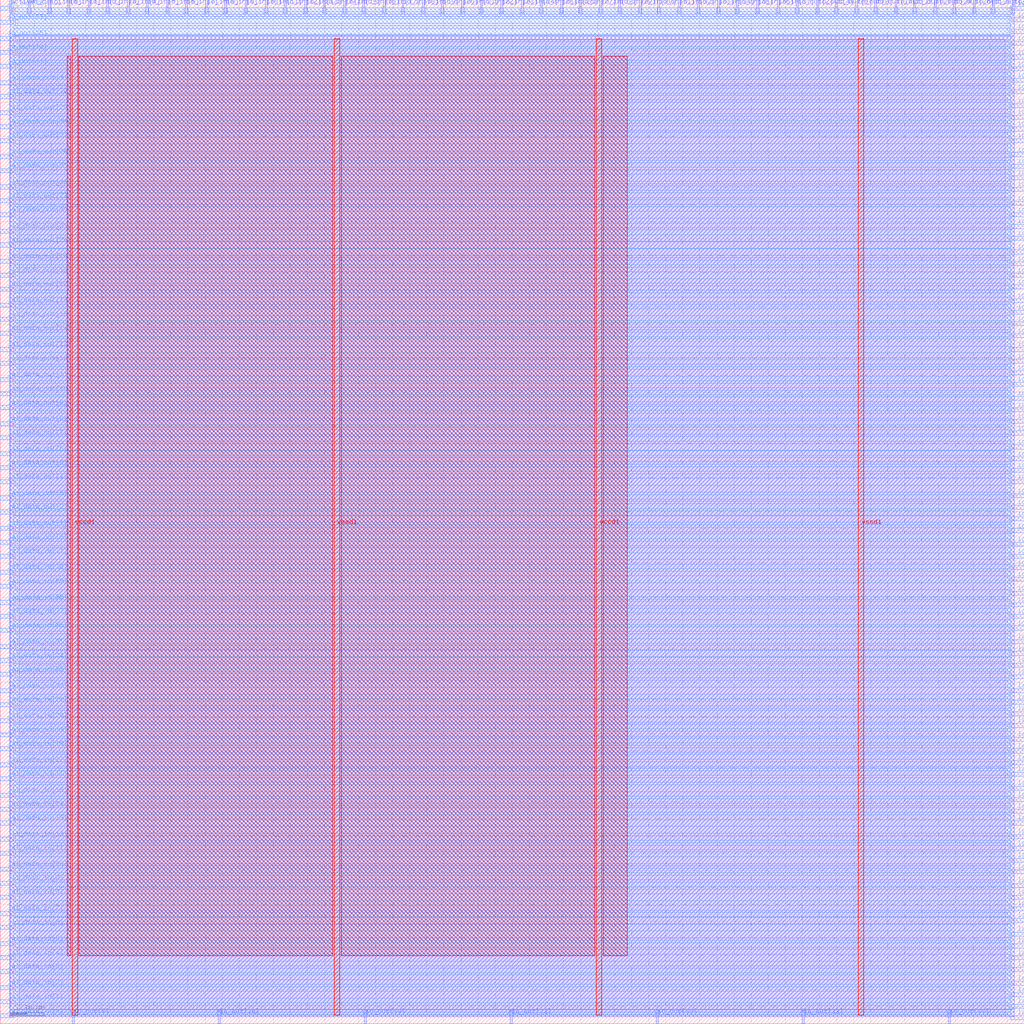
<source format=lef>
VERSION 5.7 ;
  NOWIREEXTENSIONATPIN ON ;
  DIVIDERCHAR "/" ;
  BUSBITCHARS "[]" ;
MACRO wrapped_vgademo_on_fpga
  CLASS BLOCK ;
  FOREIGN wrapped_vgademo_on_fpga ;
  ORIGIN 0.000 0.000 ;
  SIZE 300.000 BY 300.000 ;
  PIN active
    DIRECTION INPUT ;
    USE SIGNAL ;
    PORT
      LAYER met2 ;
        RECT 2.710 296.000 3.270 300.000 ;
    END
  END active
  PIN io_in[0]
    DIRECTION INPUT ;
    USE SIGNAL ;
    PORT
      LAYER met2 ;
        RECT 14.210 296.000 14.770 300.000 ;
    END
  END io_in[0]
  PIN io_in[10]
    DIRECTION INPUT ;
    USE SIGNAL ;
    PORT
      LAYER met2 ;
        RECT 71.710 296.000 72.270 300.000 ;
    END
  END io_in[10]
  PIN io_in[11]
    DIRECTION INPUT ;
    USE SIGNAL ;
    PORT
      LAYER met2 ;
        RECT 77.690 296.000 78.250 300.000 ;
    END
  END io_in[11]
  PIN io_in[12]
    DIRECTION INPUT ;
    USE SIGNAL ;
    PORT
      LAYER met2 ;
        RECT 83.210 296.000 83.770 300.000 ;
    END
  END io_in[12]
  PIN io_in[13]
    DIRECTION INPUT ;
    USE SIGNAL ;
    PORT
      LAYER met2 ;
        RECT 89.190 296.000 89.750 300.000 ;
    END
  END io_in[13]
  PIN io_in[14]
    DIRECTION INPUT ;
    USE SIGNAL ;
    PORT
      LAYER met2 ;
        RECT 94.710 296.000 95.270 300.000 ;
    END
  END io_in[14]
  PIN io_in[15]
    DIRECTION INPUT ;
    USE SIGNAL ;
    PORT
      LAYER met2 ;
        RECT 100.690 296.000 101.250 300.000 ;
    END
  END io_in[15]
  PIN io_in[16]
    DIRECTION INPUT ;
    USE SIGNAL ;
    PORT
      LAYER met2 ;
        RECT 106.210 296.000 106.770 300.000 ;
    END
  END io_in[16]
  PIN io_in[17]
    DIRECTION INPUT ;
    USE SIGNAL ;
    PORT
      LAYER met2 ;
        RECT 112.190 296.000 112.750 300.000 ;
    END
  END io_in[17]
  PIN io_in[18]
    DIRECTION INPUT ;
    USE SIGNAL ;
    PORT
      LAYER met2 ;
        RECT 117.710 296.000 118.270 300.000 ;
    END
  END io_in[18]
  PIN io_in[19]
    DIRECTION INPUT ;
    USE SIGNAL ;
    PORT
      LAYER met2 ;
        RECT 123.690 296.000 124.250 300.000 ;
    END
  END io_in[19]
  PIN io_in[1]
    DIRECTION INPUT ;
    USE SIGNAL ;
    PORT
      LAYER met2 ;
        RECT 19.730 296.000 20.290 300.000 ;
    END
  END io_in[1]
  PIN io_in[20]
    DIRECTION INPUT ;
    USE SIGNAL ;
    PORT
      LAYER met2 ;
        RECT 129.210 296.000 129.770 300.000 ;
    END
  END io_in[20]
  PIN io_in[21]
    DIRECTION INPUT ;
    USE SIGNAL ;
    PORT
      LAYER met2 ;
        RECT 135.190 296.000 135.750 300.000 ;
    END
  END io_in[21]
  PIN io_in[22]
    DIRECTION INPUT ;
    USE SIGNAL ;
    PORT
      LAYER met2 ;
        RECT 140.710 296.000 141.270 300.000 ;
    END
  END io_in[22]
  PIN io_in[23]
    DIRECTION INPUT ;
    USE SIGNAL ;
    PORT
      LAYER met2 ;
        RECT 146.690 296.000 147.250 300.000 ;
    END
  END io_in[23]
  PIN io_in[24]
    DIRECTION INPUT ;
    USE SIGNAL ;
    PORT
      LAYER met2 ;
        RECT 152.670 296.000 153.230 300.000 ;
    END
  END io_in[24]
  PIN io_in[25]
    DIRECTION INPUT ;
    USE SIGNAL ;
    PORT
      LAYER met2 ;
        RECT 158.190 296.000 158.750 300.000 ;
    END
  END io_in[25]
  PIN io_in[26]
    DIRECTION INPUT ;
    USE SIGNAL ;
    PORT
      LAYER met2 ;
        RECT 164.170 296.000 164.730 300.000 ;
    END
  END io_in[26]
  PIN io_in[27]
    DIRECTION INPUT ;
    USE SIGNAL ;
    PORT
      LAYER met2 ;
        RECT 169.690 296.000 170.250 300.000 ;
    END
  END io_in[27]
  PIN io_in[28]
    DIRECTION INPUT ;
    USE SIGNAL ;
    PORT
      LAYER met2 ;
        RECT 175.670 296.000 176.230 300.000 ;
    END
  END io_in[28]
  PIN io_in[29]
    DIRECTION INPUT ;
    USE SIGNAL ;
    PORT
      LAYER met2 ;
        RECT 181.190 296.000 181.750 300.000 ;
    END
  END io_in[29]
  PIN io_in[2]
    DIRECTION INPUT ;
    USE SIGNAL ;
    PORT
      LAYER met2 ;
        RECT 25.710 296.000 26.270 300.000 ;
    END
  END io_in[2]
  PIN io_in[30]
    DIRECTION INPUT ;
    USE SIGNAL ;
    PORT
      LAYER met2 ;
        RECT 187.170 296.000 187.730 300.000 ;
    END
  END io_in[30]
  PIN io_in[31]
    DIRECTION INPUT ;
    USE SIGNAL ;
    PORT
      LAYER met2 ;
        RECT 192.690 296.000 193.250 300.000 ;
    END
  END io_in[31]
  PIN io_in[32]
    DIRECTION INPUT ;
    USE SIGNAL ;
    PORT
      LAYER met2 ;
        RECT 198.670 296.000 199.230 300.000 ;
    END
  END io_in[32]
  PIN io_in[33]
    DIRECTION INPUT ;
    USE SIGNAL ;
    PORT
      LAYER met2 ;
        RECT 204.190 296.000 204.750 300.000 ;
    END
  END io_in[33]
  PIN io_in[34]
    DIRECTION INPUT ;
    USE SIGNAL ;
    PORT
      LAYER met2 ;
        RECT 210.170 296.000 210.730 300.000 ;
    END
  END io_in[34]
  PIN io_in[35]
    DIRECTION INPUT ;
    USE SIGNAL ;
    PORT
      LAYER met2 ;
        RECT 215.690 296.000 216.250 300.000 ;
    END
  END io_in[35]
  PIN io_in[36]
    DIRECTION INPUT ;
    USE SIGNAL ;
    PORT
      LAYER met2 ;
        RECT 221.670 296.000 222.230 300.000 ;
    END
  END io_in[36]
  PIN io_in[37]
    DIRECTION INPUT ;
    USE SIGNAL ;
    PORT
      LAYER met2 ;
        RECT 227.650 296.000 228.210 300.000 ;
    END
  END io_in[37]
  PIN io_in[3]
    DIRECTION INPUT ;
    USE SIGNAL ;
    PORT
      LAYER met2 ;
        RECT 31.230 296.000 31.790 300.000 ;
    END
  END io_in[3]
  PIN io_in[4]
    DIRECTION INPUT ;
    USE SIGNAL ;
    PORT
      LAYER met2 ;
        RECT 37.210 296.000 37.770 300.000 ;
    END
  END io_in[4]
  PIN io_in[5]
    DIRECTION INPUT ;
    USE SIGNAL ;
    PORT
      LAYER met2 ;
        RECT 42.730 296.000 43.290 300.000 ;
    END
  END io_in[5]
  PIN io_in[6]
    DIRECTION INPUT ;
    USE SIGNAL ;
    PORT
      LAYER met2 ;
        RECT 48.710 296.000 49.270 300.000 ;
    END
  END io_in[6]
  PIN io_in[7]
    DIRECTION INPUT ;
    USE SIGNAL ;
    PORT
      LAYER met2 ;
        RECT 54.230 296.000 54.790 300.000 ;
    END
  END io_in[7]
  PIN io_in[8]
    DIRECTION INPUT ;
    USE SIGNAL ;
    PORT
      LAYER met2 ;
        RECT 60.210 296.000 60.770 300.000 ;
    END
  END io_in[8]
  PIN io_in[9]
    DIRECTION INPUT ;
    USE SIGNAL ;
    PORT
      LAYER met2 ;
        RECT 65.730 296.000 66.290 300.000 ;
    END
  END io_in[9]
  PIN io_oeb[0]
    DIRECTION OUTPUT TRISTATE ;
    USE SIGNAL ;
    PORT
      LAYER met3 ;
        RECT 296.000 115.340 300.000 116.540 ;
    END
  END io_oeb[0]
  PIN io_oeb[10]
    DIRECTION OUTPUT TRISTATE ;
    USE SIGNAL ;
    PORT
      LAYER met3 ;
        RECT 296.000 150.700 300.000 151.900 ;
    END
  END io_oeb[10]
  PIN io_oeb[11]
    DIRECTION OUTPUT TRISTATE ;
    USE SIGNAL ;
    PORT
      LAYER met3 ;
        RECT 296.000 154.100 300.000 155.300 ;
    END
  END io_oeb[11]
  PIN io_oeb[12]
    DIRECTION OUTPUT TRISTATE ;
    USE SIGNAL ;
    PORT
      LAYER met3 ;
        RECT 296.000 158.180 300.000 159.380 ;
    END
  END io_oeb[12]
  PIN io_oeb[13]
    DIRECTION OUTPUT TRISTATE ;
    USE SIGNAL ;
    PORT
      LAYER met3 ;
        RECT 296.000 161.580 300.000 162.780 ;
    END
  END io_oeb[13]
  PIN io_oeb[14]
    DIRECTION OUTPUT TRISTATE ;
    USE SIGNAL ;
    PORT
      LAYER met3 ;
        RECT 296.000 164.980 300.000 166.180 ;
    END
  END io_oeb[14]
  PIN io_oeb[15]
    DIRECTION OUTPUT TRISTATE ;
    USE SIGNAL ;
    PORT
      LAYER met3 ;
        RECT 296.000 168.380 300.000 169.580 ;
    END
  END io_oeb[15]
  PIN io_oeb[16]
    DIRECTION OUTPUT TRISTATE ;
    USE SIGNAL ;
    PORT
      LAYER met3 ;
        RECT 296.000 172.460 300.000 173.660 ;
    END
  END io_oeb[16]
  PIN io_oeb[17]
    DIRECTION OUTPUT TRISTATE ;
    USE SIGNAL ;
    PORT
      LAYER met3 ;
        RECT 296.000 175.860 300.000 177.060 ;
    END
  END io_oeb[17]
  PIN io_oeb[18]
    DIRECTION OUTPUT TRISTATE ;
    USE SIGNAL ;
    PORT
      LAYER met3 ;
        RECT 296.000 179.260 300.000 180.460 ;
    END
  END io_oeb[18]
  PIN io_oeb[19]
    DIRECTION OUTPUT TRISTATE ;
    USE SIGNAL ;
    PORT
      LAYER met3 ;
        RECT 296.000 182.660 300.000 183.860 ;
    END
  END io_oeb[19]
  PIN io_oeb[1]
    DIRECTION OUTPUT TRISTATE ;
    USE SIGNAL ;
    PORT
      LAYER met3 ;
        RECT 296.000 118.740 300.000 119.940 ;
    END
  END io_oeb[1]
  PIN io_oeb[20]
    DIRECTION OUTPUT TRISTATE ;
    USE SIGNAL ;
    PORT
      LAYER met3 ;
        RECT 296.000 186.740 300.000 187.940 ;
    END
  END io_oeb[20]
  PIN io_oeb[21]
    DIRECTION OUTPUT TRISTATE ;
    USE SIGNAL ;
    PORT
      LAYER met3 ;
        RECT 296.000 190.140 300.000 191.340 ;
    END
  END io_oeb[21]
  PIN io_oeb[22]
    DIRECTION OUTPUT TRISTATE ;
    USE SIGNAL ;
    PORT
      LAYER met3 ;
        RECT 296.000 193.540 300.000 194.740 ;
    END
  END io_oeb[22]
  PIN io_oeb[23]
    DIRECTION OUTPUT TRISTATE ;
    USE SIGNAL ;
    PORT
      LAYER met3 ;
        RECT 296.000 196.940 300.000 198.140 ;
    END
  END io_oeb[23]
  PIN io_oeb[24]
    DIRECTION OUTPUT TRISTATE ;
    USE SIGNAL ;
    PORT
      LAYER met3 ;
        RECT 296.000 201.020 300.000 202.220 ;
    END
  END io_oeb[24]
  PIN io_oeb[25]
    DIRECTION OUTPUT TRISTATE ;
    USE SIGNAL ;
    PORT
      LAYER met3 ;
        RECT 296.000 204.420 300.000 205.620 ;
    END
  END io_oeb[25]
  PIN io_oeb[26]
    DIRECTION OUTPUT TRISTATE ;
    USE SIGNAL ;
    PORT
      LAYER met3 ;
        RECT 296.000 207.820 300.000 209.020 ;
    END
  END io_oeb[26]
  PIN io_oeb[27]
    DIRECTION OUTPUT TRISTATE ;
    USE SIGNAL ;
    PORT
      LAYER met3 ;
        RECT 296.000 211.220 300.000 212.420 ;
    END
  END io_oeb[27]
  PIN io_oeb[28]
    DIRECTION OUTPUT TRISTATE ;
    USE SIGNAL ;
    PORT
      LAYER met3 ;
        RECT 296.000 215.300 300.000 216.500 ;
    END
  END io_oeb[28]
  PIN io_oeb[29]
    DIRECTION OUTPUT TRISTATE ;
    USE SIGNAL ;
    PORT
      LAYER met3 ;
        RECT 296.000 218.700 300.000 219.900 ;
    END
  END io_oeb[29]
  PIN io_oeb[2]
    DIRECTION OUTPUT TRISTATE ;
    USE SIGNAL ;
    PORT
      LAYER met3 ;
        RECT 296.000 122.140 300.000 123.340 ;
    END
  END io_oeb[2]
  PIN io_oeb[30]
    DIRECTION OUTPUT TRISTATE ;
    USE SIGNAL ;
    PORT
      LAYER met3 ;
        RECT 296.000 222.100 300.000 223.300 ;
    END
  END io_oeb[30]
  PIN io_oeb[31]
    DIRECTION OUTPUT TRISTATE ;
    USE SIGNAL ;
    PORT
      LAYER met3 ;
        RECT 296.000 225.500 300.000 226.700 ;
    END
  END io_oeb[31]
  PIN io_oeb[32]
    DIRECTION OUTPUT TRISTATE ;
    USE SIGNAL ;
    PORT
      LAYER met3 ;
        RECT 296.000 229.580 300.000 230.780 ;
    END
  END io_oeb[32]
  PIN io_oeb[33]
    DIRECTION OUTPUT TRISTATE ;
    USE SIGNAL ;
    PORT
      LAYER met3 ;
        RECT 296.000 232.980 300.000 234.180 ;
    END
  END io_oeb[33]
  PIN io_oeb[34]
    DIRECTION OUTPUT TRISTATE ;
    USE SIGNAL ;
    PORT
      LAYER met3 ;
        RECT 296.000 236.380 300.000 237.580 ;
    END
  END io_oeb[34]
  PIN io_oeb[35]
    DIRECTION OUTPUT TRISTATE ;
    USE SIGNAL ;
    PORT
      LAYER met3 ;
        RECT 296.000 239.780 300.000 240.980 ;
    END
  END io_oeb[35]
  PIN io_oeb[36]
    DIRECTION OUTPUT TRISTATE ;
    USE SIGNAL ;
    PORT
      LAYER met3 ;
        RECT 296.000 243.860 300.000 245.060 ;
    END
  END io_oeb[36]
  PIN io_oeb[37]
    DIRECTION OUTPUT TRISTATE ;
    USE SIGNAL ;
    PORT
      LAYER met3 ;
        RECT 296.000 247.260 300.000 248.460 ;
    END
  END io_oeb[37]
  PIN io_oeb[3]
    DIRECTION OUTPUT TRISTATE ;
    USE SIGNAL ;
    PORT
      LAYER met3 ;
        RECT 296.000 125.540 300.000 126.740 ;
    END
  END io_oeb[3]
  PIN io_oeb[4]
    DIRECTION OUTPUT TRISTATE ;
    USE SIGNAL ;
    PORT
      LAYER met3 ;
        RECT 296.000 129.620 300.000 130.820 ;
    END
  END io_oeb[4]
  PIN io_oeb[5]
    DIRECTION OUTPUT TRISTATE ;
    USE SIGNAL ;
    PORT
      LAYER met3 ;
        RECT 296.000 133.020 300.000 134.220 ;
    END
  END io_oeb[5]
  PIN io_oeb[6]
    DIRECTION OUTPUT TRISTATE ;
    USE SIGNAL ;
    PORT
      LAYER met3 ;
        RECT 296.000 136.420 300.000 137.620 ;
    END
  END io_oeb[6]
  PIN io_oeb[7]
    DIRECTION OUTPUT TRISTATE ;
    USE SIGNAL ;
    PORT
      LAYER met3 ;
        RECT 296.000 139.820 300.000 141.020 ;
    END
  END io_oeb[7]
  PIN io_oeb[8]
    DIRECTION OUTPUT TRISTATE ;
    USE SIGNAL ;
    PORT
      LAYER met3 ;
        RECT 296.000 143.900 300.000 145.100 ;
    END
  END io_oeb[8]
  PIN io_oeb[9]
    DIRECTION OUTPUT TRISTATE ;
    USE SIGNAL ;
    PORT
      LAYER met3 ;
        RECT 296.000 147.300 300.000 148.500 ;
    END
  END io_oeb[9]
  PIN io_out[0]
    DIRECTION OUTPUT TRISTATE ;
    USE SIGNAL ;
    PORT
      LAYER met3 ;
        RECT 296.000 250.660 300.000 251.860 ;
    END
  END io_out[0]
  PIN io_out[10]
    DIRECTION OUTPUT TRISTATE ;
    USE SIGNAL ;
    PORT
      LAYER met3 ;
        RECT 296.000 268.340 300.000 269.540 ;
    END
  END io_out[10]
  PIN io_out[11]
    DIRECTION OUTPUT TRISTATE ;
    USE SIGNAL ;
    PORT
      LAYER met3 ;
        RECT 0.000 279.900 4.000 281.100 ;
    END
  END io_out[11]
  PIN io_out[12]
    DIRECTION OUTPUT TRISTATE ;
    USE SIGNAL ;
    PORT
      LAYER met3 ;
        RECT 296.000 272.420 300.000 273.620 ;
    END
  END io_out[12]
  PIN io_out[13]
    DIRECTION OUTPUT TRISTATE ;
    USE SIGNAL ;
    PORT
      LAYER met2 ;
        RECT 256.170 296.000 256.730 300.000 ;
    END
  END io_out[13]
  PIN io_out[14]
    DIRECTION OUTPUT TRISTATE ;
    USE SIGNAL ;
    PORT
      LAYER met3 ;
        RECT 0.000 283.980 4.000 285.180 ;
    END
  END io_out[14]
  PIN io_out[15]
    DIRECTION OUTPUT TRISTATE ;
    USE SIGNAL ;
    PORT
      LAYER met2 ;
        RECT 262.150 296.000 262.710 300.000 ;
    END
  END io_out[15]
  PIN io_out[16]
    DIRECTION OUTPUT TRISTATE ;
    USE SIGNAL ;
    PORT
      LAYER met2 ;
        RECT 63.890 0.000 64.450 4.000 ;
    END
  END io_out[16]
  PIN io_out[17]
    DIRECTION OUTPUT TRISTATE ;
    USE SIGNAL ;
    PORT
      LAYER met3 ;
        RECT 296.000 275.820 300.000 277.020 ;
    END
  END io_out[17]
  PIN io_out[18]
    DIRECTION OUTPUT TRISTATE ;
    USE SIGNAL ;
    PORT
      LAYER met3 ;
        RECT 296.000 279.220 300.000 280.420 ;
    END
  END io_out[18]
  PIN io_out[19]
    DIRECTION OUTPUT TRISTATE ;
    USE SIGNAL ;
    PORT
      LAYER met2 ;
        RECT 106.670 0.000 107.230 4.000 ;
    END
  END io_out[19]
  PIN io_out[1]
    DIRECTION OUTPUT TRISTATE ;
    USE SIGNAL ;
    PORT
      LAYER met3 ;
        RECT 296.000 254.060 300.000 255.260 ;
    END
  END io_out[1]
  PIN io_out[20]
    DIRECTION OUTPUT TRISTATE ;
    USE SIGNAL ;
    PORT
      LAYER met3 ;
        RECT 296.000 282.620 300.000 283.820 ;
    END
  END io_out[20]
  PIN io_out[21]
    DIRECTION OUTPUT TRISTATE ;
    USE SIGNAL ;
    PORT
      LAYER met2 ;
        RECT 267.670 296.000 268.230 300.000 ;
    END
  END io_out[21]
  PIN io_out[22]
    DIRECTION OUTPUT TRISTATE ;
    USE SIGNAL ;
    PORT
      LAYER met3 ;
        RECT 296.000 286.700 300.000 287.900 ;
    END
  END io_out[22]
  PIN io_out[23]
    DIRECTION OUTPUT TRISTATE ;
    USE SIGNAL ;
    PORT
      LAYER met2 ;
        RECT 149.450 0.000 150.010 4.000 ;
    END
  END io_out[23]
  PIN io_out[24]
    DIRECTION OUTPUT TRISTATE ;
    USE SIGNAL ;
    PORT
      LAYER met2 ;
        RECT 273.650 296.000 274.210 300.000 ;
    END
  END io_out[24]
  PIN io_out[25]
    DIRECTION OUTPUT TRISTATE ;
    USE SIGNAL ;
    PORT
      LAYER met3 ;
        RECT 0.000 288.060 4.000 289.260 ;
    END
  END io_out[25]
  PIN io_out[26]
    DIRECTION OUTPUT TRISTATE ;
    USE SIGNAL ;
    PORT
      LAYER met2 ;
        RECT 279.170 296.000 279.730 300.000 ;
    END
  END io_out[26]
  PIN io_out[27]
    DIRECTION OUTPUT TRISTATE ;
    USE SIGNAL ;
    PORT
      LAYER met3 ;
        RECT 0.000 292.820 4.000 294.020 ;
    END
  END io_out[27]
  PIN io_out[28]
    DIRECTION OUTPUT TRISTATE ;
    USE SIGNAL ;
    PORT
      LAYER met2 ;
        RECT 285.150 296.000 285.710 300.000 ;
    END
  END io_out[28]
  PIN io_out[29]
    DIRECTION OUTPUT TRISTATE ;
    USE SIGNAL ;
    PORT
      LAYER met3 ;
        RECT 296.000 290.100 300.000 291.300 ;
    END
  END io_out[29]
  PIN io_out[2]
    DIRECTION OUTPUT TRISTATE ;
    USE SIGNAL ;
    PORT
      LAYER met2 ;
        RECT 233.170 296.000 233.730 300.000 ;
    END
  END io_out[2]
  PIN io_out[30]
    DIRECTION OUTPUT TRISTATE ;
    USE SIGNAL ;
    PORT
      LAYER met2 ;
        RECT 290.670 296.000 291.230 300.000 ;
    END
  END io_out[30]
  PIN io_out[31]
    DIRECTION OUTPUT TRISTATE ;
    USE SIGNAL ;
    PORT
      LAYER met3 ;
        RECT 296.000 293.500 300.000 294.700 ;
    END
  END io_out[31]
  PIN io_out[32]
    DIRECTION OUTPUT TRISTATE ;
    USE SIGNAL ;
    PORT
      LAYER met2 ;
        RECT 192.230 0.000 192.790 4.000 ;
    END
  END io_out[32]
  PIN io_out[33]
    DIRECTION OUTPUT TRISTATE ;
    USE SIGNAL ;
    PORT
      LAYER met2 ;
        RECT 235.010 0.000 235.570 4.000 ;
    END
  END io_out[33]
  PIN io_out[34]
    DIRECTION OUTPUT TRISTATE ;
    USE SIGNAL ;
    PORT
      LAYER met2 ;
        RECT 296.650 296.000 297.210 300.000 ;
    END
  END io_out[34]
  PIN io_out[35]
    DIRECTION OUTPUT TRISTATE ;
    USE SIGNAL ;
    PORT
      LAYER met3 ;
        RECT 296.000 296.900 300.000 298.100 ;
    END
  END io_out[35]
  PIN io_out[36]
    DIRECTION OUTPUT TRISTATE ;
    USE SIGNAL ;
    PORT
      LAYER met3 ;
        RECT 0.000 296.900 4.000 298.100 ;
    END
  END io_out[36]
  PIN io_out[37]
    DIRECTION OUTPUT TRISTATE ;
    USE SIGNAL ;
    PORT
      LAYER met2 ;
        RECT 277.790 0.000 278.350 4.000 ;
    END
  END io_out[37]
  PIN io_out[3]
    DIRECTION OUTPUT TRISTATE ;
    USE SIGNAL ;
    PORT
      LAYER met3 ;
        RECT 296.000 258.140 300.000 259.340 ;
    END
  END io_out[3]
  PIN io_out[4]
    DIRECTION OUTPUT TRISTATE ;
    USE SIGNAL ;
    PORT
      LAYER met2 ;
        RECT 239.150 296.000 239.710 300.000 ;
    END
  END io_out[4]
  PIN io_out[5]
    DIRECTION OUTPUT TRISTATE ;
    USE SIGNAL ;
    PORT
      LAYER met2 ;
        RECT 244.670 296.000 245.230 300.000 ;
    END
  END io_out[5]
  PIN io_out[6]
    DIRECTION OUTPUT TRISTATE ;
    USE SIGNAL ;
    PORT
      LAYER met3 ;
        RECT 296.000 261.540 300.000 262.740 ;
    END
  END io_out[6]
  PIN io_out[7]
    DIRECTION OUTPUT TRISTATE ;
    USE SIGNAL ;
    PORT
      LAYER met2 ;
        RECT 21.110 0.000 21.670 4.000 ;
    END
  END io_out[7]
  PIN io_out[8]
    DIRECTION OUTPUT TRISTATE ;
    USE SIGNAL ;
    PORT
      LAYER met2 ;
        RECT 250.650 296.000 251.210 300.000 ;
    END
  END io_out[8]
  PIN io_out[9]
    DIRECTION OUTPUT TRISTATE ;
    USE SIGNAL ;
    PORT
      LAYER met3 ;
        RECT 296.000 264.940 300.000 266.140 ;
    END
  END io_out[9]
  PIN la1_data_in[0]
    DIRECTION INPUT ;
    USE SIGNAL ;
    PORT
      LAYER met3 ;
        RECT 0.000 1.780 4.000 2.980 ;
    END
  END la1_data_in[0]
  PIN la1_data_in[10]
    DIRECTION INPUT ;
    USE SIGNAL ;
    PORT
      LAYER met3 ;
        RECT 0.000 44.620 4.000 45.820 ;
    END
  END la1_data_in[10]
  PIN la1_data_in[11]
    DIRECTION INPUT ;
    USE SIGNAL ;
    PORT
      LAYER met3 ;
        RECT 0.000 49.380 4.000 50.580 ;
    END
  END la1_data_in[11]
  PIN la1_data_in[12]
    DIRECTION INPUT ;
    USE SIGNAL ;
    PORT
      LAYER met3 ;
        RECT 0.000 53.460 4.000 54.660 ;
    END
  END la1_data_in[12]
  PIN la1_data_in[13]
    DIRECTION INPUT ;
    USE SIGNAL ;
    PORT
      LAYER met3 ;
        RECT 0.000 58.220 4.000 59.420 ;
    END
  END la1_data_in[13]
  PIN la1_data_in[14]
    DIRECTION INPUT ;
    USE SIGNAL ;
    PORT
      LAYER met3 ;
        RECT 0.000 62.300 4.000 63.500 ;
    END
  END la1_data_in[14]
  PIN la1_data_in[15]
    DIRECTION INPUT ;
    USE SIGNAL ;
    PORT
      LAYER met3 ;
        RECT 0.000 66.380 4.000 67.580 ;
    END
  END la1_data_in[15]
  PIN la1_data_in[16]
    DIRECTION INPUT ;
    USE SIGNAL ;
    PORT
      LAYER met3 ;
        RECT 0.000 71.140 4.000 72.340 ;
    END
  END la1_data_in[16]
  PIN la1_data_in[17]
    DIRECTION INPUT ;
    USE SIGNAL ;
    PORT
      LAYER met3 ;
        RECT 0.000 75.220 4.000 76.420 ;
    END
  END la1_data_in[17]
  PIN la1_data_in[18]
    DIRECTION INPUT ;
    USE SIGNAL ;
    PORT
      LAYER met3 ;
        RECT 0.000 79.980 4.000 81.180 ;
    END
  END la1_data_in[18]
  PIN la1_data_in[19]
    DIRECTION INPUT ;
    USE SIGNAL ;
    PORT
      LAYER met3 ;
        RECT 0.000 84.060 4.000 85.260 ;
    END
  END la1_data_in[19]
  PIN la1_data_in[1]
    DIRECTION INPUT ;
    USE SIGNAL ;
    PORT
      LAYER met3 ;
        RECT 0.000 5.860 4.000 7.060 ;
    END
  END la1_data_in[1]
  PIN la1_data_in[20]
    DIRECTION INPUT ;
    USE SIGNAL ;
    PORT
      LAYER met3 ;
        RECT 0.000 88.140 4.000 89.340 ;
    END
  END la1_data_in[20]
  PIN la1_data_in[21]
    DIRECTION INPUT ;
    USE SIGNAL ;
    PORT
      LAYER met3 ;
        RECT 0.000 92.900 4.000 94.100 ;
    END
  END la1_data_in[21]
  PIN la1_data_in[22]
    DIRECTION INPUT ;
    USE SIGNAL ;
    PORT
      LAYER met3 ;
        RECT 0.000 96.980 4.000 98.180 ;
    END
  END la1_data_in[22]
  PIN la1_data_in[23]
    DIRECTION INPUT ;
    USE SIGNAL ;
    PORT
      LAYER met3 ;
        RECT 0.000 101.740 4.000 102.940 ;
    END
  END la1_data_in[23]
  PIN la1_data_in[24]
    DIRECTION INPUT ;
    USE SIGNAL ;
    PORT
      LAYER met3 ;
        RECT 0.000 105.820 4.000 107.020 ;
    END
  END la1_data_in[24]
  PIN la1_data_in[25]
    DIRECTION INPUT ;
    USE SIGNAL ;
    PORT
      LAYER met3 ;
        RECT 0.000 109.900 4.000 111.100 ;
    END
  END la1_data_in[25]
  PIN la1_data_in[26]
    DIRECTION INPUT ;
    USE SIGNAL ;
    PORT
      LAYER met3 ;
        RECT 0.000 114.660 4.000 115.860 ;
    END
  END la1_data_in[26]
  PIN la1_data_in[27]
    DIRECTION INPUT ;
    USE SIGNAL ;
    PORT
      LAYER met3 ;
        RECT 0.000 118.740 4.000 119.940 ;
    END
  END la1_data_in[27]
  PIN la1_data_in[28]
    DIRECTION INPUT ;
    USE SIGNAL ;
    PORT
      LAYER met3 ;
        RECT 0.000 122.820 4.000 124.020 ;
    END
  END la1_data_in[28]
  PIN la1_data_in[29]
    DIRECTION INPUT ;
    USE SIGNAL ;
    PORT
      LAYER met3 ;
        RECT 0.000 127.580 4.000 128.780 ;
    END
  END la1_data_in[29]
  PIN la1_data_in[2]
    DIRECTION INPUT ;
    USE SIGNAL ;
    PORT
      LAYER met3 ;
        RECT 0.000 9.940 4.000 11.140 ;
    END
  END la1_data_in[2]
  PIN la1_data_in[30]
    DIRECTION INPUT ;
    USE SIGNAL ;
    PORT
      LAYER met3 ;
        RECT 0.000 131.660 4.000 132.860 ;
    END
  END la1_data_in[30]
  PIN la1_data_in[31]
    DIRECTION INPUT ;
    USE SIGNAL ;
    PORT
      LAYER met3 ;
        RECT 0.000 136.420 4.000 137.620 ;
    END
  END la1_data_in[31]
  PIN la1_data_in[3]
    DIRECTION INPUT ;
    USE SIGNAL ;
    PORT
      LAYER met3 ;
        RECT 0.000 14.700 4.000 15.900 ;
    END
  END la1_data_in[3]
  PIN la1_data_in[4]
    DIRECTION INPUT ;
    USE SIGNAL ;
    PORT
      LAYER met3 ;
        RECT 0.000 18.780 4.000 19.980 ;
    END
  END la1_data_in[4]
  PIN la1_data_in[5]
    DIRECTION INPUT ;
    USE SIGNAL ;
    PORT
      LAYER met3 ;
        RECT 0.000 22.860 4.000 24.060 ;
    END
  END la1_data_in[5]
  PIN la1_data_in[6]
    DIRECTION INPUT ;
    USE SIGNAL ;
    PORT
      LAYER met3 ;
        RECT 0.000 27.620 4.000 28.820 ;
    END
  END la1_data_in[6]
  PIN la1_data_in[7]
    DIRECTION INPUT ;
    USE SIGNAL ;
    PORT
      LAYER met3 ;
        RECT 0.000 31.700 4.000 32.900 ;
    END
  END la1_data_in[7]
  PIN la1_data_in[8]
    DIRECTION INPUT ;
    USE SIGNAL ;
    PORT
      LAYER met3 ;
        RECT 0.000 36.460 4.000 37.660 ;
    END
  END la1_data_in[8]
  PIN la1_data_in[9]
    DIRECTION INPUT ;
    USE SIGNAL ;
    PORT
      LAYER met3 ;
        RECT 0.000 40.540 4.000 41.740 ;
    END
  END la1_data_in[9]
  PIN la1_data_out[0]
    DIRECTION OUTPUT TRISTATE ;
    USE SIGNAL ;
    PORT
      LAYER met3 ;
        RECT 0.000 140.500 4.000 141.700 ;
    END
  END la1_data_out[0]
  PIN la1_data_out[10]
    DIRECTION OUTPUT TRISTATE ;
    USE SIGNAL ;
    PORT
      LAYER met3 ;
        RECT 0.000 184.020 4.000 185.220 ;
    END
  END la1_data_out[10]
  PIN la1_data_out[11]
    DIRECTION OUTPUT TRISTATE ;
    USE SIGNAL ;
    PORT
      LAYER met3 ;
        RECT 0.000 188.100 4.000 189.300 ;
    END
  END la1_data_out[11]
  PIN la1_data_out[12]
    DIRECTION OUTPUT TRISTATE ;
    USE SIGNAL ;
    PORT
      LAYER met3 ;
        RECT 0.000 192.860 4.000 194.060 ;
    END
  END la1_data_out[12]
  PIN la1_data_out[13]
    DIRECTION OUTPUT TRISTATE ;
    USE SIGNAL ;
    PORT
      LAYER met3 ;
        RECT 0.000 196.940 4.000 198.140 ;
    END
  END la1_data_out[13]
  PIN la1_data_out[14]
    DIRECTION OUTPUT TRISTATE ;
    USE SIGNAL ;
    PORT
      LAYER met3 ;
        RECT 0.000 201.700 4.000 202.900 ;
    END
  END la1_data_out[14]
  PIN la1_data_out[15]
    DIRECTION OUTPUT TRISTATE ;
    USE SIGNAL ;
    PORT
      LAYER met3 ;
        RECT 0.000 205.780 4.000 206.980 ;
    END
  END la1_data_out[15]
  PIN la1_data_out[16]
    DIRECTION OUTPUT TRISTATE ;
    USE SIGNAL ;
    PORT
      LAYER met3 ;
        RECT 0.000 209.860 4.000 211.060 ;
    END
  END la1_data_out[16]
  PIN la1_data_out[17]
    DIRECTION OUTPUT TRISTATE ;
    USE SIGNAL ;
    PORT
      LAYER met3 ;
        RECT 0.000 214.620 4.000 215.820 ;
    END
  END la1_data_out[17]
  PIN la1_data_out[18]
    DIRECTION OUTPUT TRISTATE ;
    USE SIGNAL ;
    PORT
      LAYER met3 ;
        RECT 0.000 218.700 4.000 219.900 ;
    END
  END la1_data_out[18]
  PIN la1_data_out[19]
    DIRECTION OUTPUT TRISTATE ;
    USE SIGNAL ;
    PORT
      LAYER met3 ;
        RECT 0.000 222.780 4.000 223.980 ;
    END
  END la1_data_out[19]
  PIN la1_data_out[1]
    DIRECTION OUTPUT TRISTATE ;
    USE SIGNAL ;
    PORT
      LAYER met3 ;
        RECT 0.000 144.580 4.000 145.780 ;
    END
  END la1_data_out[1]
  PIN la1_data_out[20]
    DIRECTION OUTPUT TRISTATE ;
    USE SIGNAL ;
    PORT
      LAYER met3 ;
        RECT 0.000 227.540 4.000 228.740 ;
    END
  END la1_data_out[20]
  PIN la1_data_out[21]
    DIRECTION OUTPUT TRISTATE ;
    USE SIGNAL ;
    PORT
      LAYER met3 ;
        RECT 0.000 231.620 4.000 232.820 ;
    END
  END la1_data_out[21]
  PIN la1_data_out[22]
    DIRECTION OUTPUT TRISTATE ;
    USE SIGNAL ;
    PORT
      LAYER met3 ;
        RECT 0.000 236.380 4.000 237.580 ;
    END
  END la1_data_out[22]
  PIN la1_data_out[23]
    DIRECTION OUTPUT TRISTATE ;
    USE SIGNAL ;
    PORT
      LAYER met3 ;
        RECT 0.000 240.460 4.000 241.660 ;
    END
  END la1_data_out[23]
  PIN la1_data_out[24]
    DIRECTION OUTPUT TRISTATE ;
    USE SIGNAL ;
    PORT
      LAYER met3 ;
        RECT 0.000 244.540 4.000 245.740 ;
    END
  END la1_data_out[24]
  PIN la1_data_out[25]
    DIRECTION OUTPUT TRISTATE ;
    USE SIGNAL ;
    PORT
      LAYER met3 ;
        RECT 0.000 249.300 4.000 250.500 ;
    END
  END la1_data_out[25]
  PIN la1_data_out[26]
    DIRECTION OUTPUT TRISTATE ;
    USE SIGNAL ;
    PORT
      LAYER met3 ;
        RECT 0.000 253.380 4.000 254.580 ;
    END
  END la1_data_out[26]
  PIN la1_data_out[27]
    DIRECTION OUTPUT TRISTATE ;
    USE SIGNAL ;
    PORT
      LAYER met3 ;
        RECT 0.000 258.140 4.000 259.340 ;
    END
  END la1_data_out[27]
  PIN la1_data_out[28]
    DIRECTION OUTPUT TRISTATE ;
    USE SIGNAL ;
    PORT
      LAYER met3 ;
        RECT 0.000 262.220 4.000 263.420 ;
    END
  END la1_data_out[28]
  PIN la1_data_out[29]
    DIRECTION OUTPUT TRISTATE ;
    USE SIGNAL ;
    PORT
      LAYER met3 ;
        RECT 0.000 266.300 4.000 267.500 ;
    END
  END la1_data_out[29]
  PIN la1_data_out[2]
    DIRECTION OUTPUT TRISTATE ;
    USE SIGNAL ;
    PORT
      LAYER met3 ;
        RECT 0.000 149.340 4.000 150.540 ;
    END
  END la1_data_out[2]
  PIN la1_data_out[30]
    DIRECTION OUTPUT TRISTATE ;
    USE SIGNAL ;
    PORT
      LAYER met3 ;
        RECT 0.000 271.060 4.000 272.260 ;
    END
  END la1_data_out[30]
  PIN la1_data_out[31]
    DIRECTION OUTPUT TRISTATE ;
    USE SIGNAL ;
    PORT
      LAYER met3 ;
        RECT 0.000 275.140 4.000 276.340 ;
    END
  END la1_data_out[31]
  PIN la1_data_out[3]
    DIRECTION OUTPUT TRISTATE ;
    USE SIGNAL ;
    PORT
      LAYER met3 ;
        RECT 0.000 153.420 4.000 154.620 ;
    END
  END la1_data_out[3]
  PIN la1_data_out[4]
    DIRECTION OUTPUT TRISTATE ;
    USE SIGNAL ;
    PORT
      LAYER met3 ;
        RECT 0.000 158.180 4.000 159.380 ;
    END
  END la1_data_out[4]
  PIN la1_data_out[5]
    DIRECTION OUTPUT TRISTATE ;
    USE SIGNAL ;
    PORT
      LAYER met3 ;
        RECT 0.000 162.260 4.000 163.460 ;
    END
  END la1_data_out[5]
  PIN la1_data_out[6]
    DIRECTION OUTPUT TRISTATE ;
    USE SIGNAL ;
    PORT
      LAYER met3 ;
        RECT 0.000 166.340 4.000 167.540 ;
    END
  END la1_data_out[6]
  PIN la1_data_out[7]
    DIRECTION OUTPUT TRISTATE ;
    USE SIGNAL ;
    PORT
      LAYER met3 ;
        RECT 0.000 171.100 4.000 172.300 ;
    END
  END la1_data_out[7]
  PIN la1_data_out[8]
    DIRECTION OUTPUT TRISTATE ;
    USE SIGNAL ;
    PORT
      LAYER met3 ;
        RECT 0.000 175.180 4.000 176.380 ;
    END
  END la1_data_out[8]
  PIN la1_data_out[9]
    DIRECTION OUTPUT TRISTATE ;
    USE SIGNAL ;
    PORT
      LAYER met3 ;
        RECT 0.000 179.940 4.000 181.140 ;
    END
  END la1_data_out[9]
  PIN la1_oenb[0]
    DIRECTION INPUT ;
    USE SIGNAL ;
    PORT
      LAYER met3 ;
        RECT 296.000 1.100 300.000 2.300 ;
    END
  END la1_oenb[0]
  PIN la1_oenb[10]
    DIRECTION INPUT ;
    USE SIGNAL ;
    PORT
      LAYER met3 ;
        RECT 296.000 36.460 300.000 37.660 ;
    END
  END la1_oenb[10]
  PIN la1_oenb[11]
    DIRECTION INPUT ;
    USE SIGNAL ;
    PORT
      LAYER met3 ;
        RECT 296.000 39.860 300.000 41.060 ;
    END
  END la1_oenb[11]
  PIN la1_oenb[12]
    DIRECTION INPUT ;
    USE SIGNAL ;
    PORT
      LAYER met3 ;
        RECT 296.000 43.940 300.000 45.140 ;
    END
  END la1_oenb[12]
  PIN la1_oenb[13]
    DIRECTION INPUT ;
    USE SIGNAL ;
    PORT
      LAYER met3 ;
        RECT 296.000 47.340 300.000 48.540 ;
    END
  END la1_oenb[13]
  PIN la1_oenb[14]
    DIRECTION INPUT ;
    USE SIGNAL ;
    PORT
      LAYER met3 ;
        RECT 296.000 50.740 300.000 51.940 ;
    END
  END la1_oenb[14]
  PIN la1_oenb[15]
    DIRECTION INPUT ;
    USE SIGNAL ;
    PORT
      LAYER met3 ;
        RECT 296.000 54.140 300.000 55.340 ;
    END
  END la1_oenb[15]
  PIN la1_oenb[16]
    DIRECTION INPUT ;
    USE SIGNAL ;
    PORT
      LAYER met3 ;
        RECT 296.000 58.220 300.000 59.420 ;
    END
  END la1_oenb[16]
  PIN la1_oenb[17]
    DIRECTION INPUT ;
    USE SIGNAL ;
    PORT
      LAYER met3 ;
        RECT 296.000 61.620 300.000 62.820 ;
    END
  END la1_oenb[17]
  PIN la1_oenb[18]
    DIRECTION INPUT ;
    USE SIGNAL ;
    PORT
      LAYER met3 ;
        RECT 296.000 65.020 300.000 66.220 ;
    END
  END la1_oenb[18]
  PIN la1_oenb[19]
    DIRECTION INPUT ;
    USE SIGNAL ;
    PORT
      LAYER met3 ;
        RECT 296.000 68.420 300.000 69.620 ;
    END
  END la1_oenb[19]
  PIN la1_oenb[1]
    DIRECTION INPUT ;
    USE SIGNAL ;
    PORT
      LAYER met3 ;
        RECT 296.000 4.500 300.000 5.700 ;
    END
  END la1_oenb[1]
  PIN la1_oenb[20]
    DIRECTION INPUT ;
    USE SIGNAL ;
    PORT
      LAYER met3 ;
        RECT 296.000 72.500 300.000 73.700 ;
    END
  END la1_oenb[20]
  PIN la1_oenb[21]
    DIRECTION INPUT ;
    USE SIGNAL ;
    PORT
      LAYER met3 ;
        RECT 296.000 75.900 300.000 77.100 ;
    END
  END la1_oenb[21]
  PIN la1_oenb[22]
    DIRECTION INPUT ;
    USE SIGNAL ;
    PORT
      LAYER met3 ;
        RECT 296.000 79.300 300.000 80.500 ;
    END
  END la1_oenb[22]
  PIN la1_oenb[23]
    DIRECTION INPUT ;
    USE SIGNAL ;
    PORT
      LAYER met3 ;
        RECT 296.000 82.700 300.000 83.900 ;
    END
  END la1_oenb[23]
  PIN la1_oenb[24]
    DIRECTION INPUT ;
    USE SIGNAL ;
    PORT
      LAYER met3 ;
        RECT 296.000 86.780 300.000 87.980 ;
    END
  END la1_oenb[24]
  PIN la1_oenb[25]
    DIRECTION INPUT ;
    USE SIGNAL ;
    PORT
      LAYER met3 ;
        RECT 296.000 90.180 300.000 91.380 ;
    END
  END la1_oenb[25]
  PIN la1_oenb[26]
    DIRECTION INPUT ;
    USE SIGNAL ;
    PORT
      LAYER met3 ;
        RECT 296.000 93.580 300.000 94.780 ;
    END
  END la1_oenb[26]
  PIN la1_oenb[27]
    DIRECTION INPUT ;
    USE SIGNAL ;
    PORT
      LAYER met3 ;
        RECT 296.000 96.980 300.000 98.180 ;
    END
  END la1_oenb[27]
  PIN la1_oenb[28]
    DIRECTION INPUT ;
    USE SIGNAL ;
    PORT
      LAYER met3 ;
        RECT 296.000 101.060 300.000 102.260 ;
    END
  END la1_oenb[28]
  PIN la1_oenb[29]
    DIRECTION INPUT ;
    USE SIGNAL ;
    PORT
      LAYER met3 ;
        RECT 296.000 104.460 300.000 105.660 ;
    END
  END la1_oenb[29]
  PIN la1_oenb[2]
    DIRECTION INPUT ;
    USE SIGNAL ;
    PORT
      LAYER met3 ;
        RECT 296.000 7.900 300.000 9.100 ;
    END
  END la1_oenb[2]
  PIN la1_oenb[30]
    DIRECTION INPUT ;
    USE SIGNAL ;
    PORT
      LAYER met3 ;
        RECT 296.000 107.860 300.000 109.060 ;
    END
  END la1_oenb[30]
  PIN la1_oenb[31]
    DIRECTION INPUT ;
    USE SIGNAL ;
    PORT
      LAYER met3 ;
        RECT 296.000 111.260 300.000 112.460 ;
    END
  END la1_oenb[31]
  PIN la1_oenb[3]
    DIRECTION INPUT ;
    USE SIGNAL ;
    PORT
      LAYER met3 ;
        RECT 296.000 11.300 300.000 12.500 ;
    END
  END la1_oenb[3]
  PIN la1_oenb[4]
    DIRECTION INPUT ;
    USE SIGNAL ;
    PORT
      LAYER met3 ;
        RECT 296.000 15.380 300.000 16.580 ;
    END
  END la1_oenb[4]
  PIN la1_oenb[5]
    DIRECTION INPUT ;
    USE SIGNAL ;
    PORT
      LAYER met3 ;
        RECT 296.000 18.780 300.000 19.980 ;
    END
  END la1_oenb[5]
  PIN la1_oenb[6]
    DIRECTION INPUT ;
    USE SIGNAL ;
    PORT
      LAYER met3 ;
        RECT 296.000 22.180 300.000 23.380 ;
    END
  END la1_oenb[6]
  PIN la1_oenb[7]
    DIRECTION INPUT ;
    USE SIGNAL ;
    PORT
      LAYER met3 ;
        RECT 296.000 25.580 300.000 26.780 ;
    END
  END la1_oenb[7]
  PIN la1_oenb[8]
    DIRECTION INPUT ;
    USE SIGNAL ;
    PORT
      LAYER met3 ;
        RECT 296.000 29.660 300.000 30.860 ;
    END
  END la1_oenb[8]
  PIN la1_oenb[9]
    DIRECTION INPUT ;
    USE SIGNAL ;
    PORT
      LAYER met3 ;
        RECT 296.000 33.060 300.000 34.260 ;
    END
  END la1_oenb[9]
  PIN vccd1
    DIRECTION INPUT ;
    USE POWER ;
    PORT
      LAYER met4 ;
        RECT 21.040 2.480 22.640 288.560 ;
    END
    PORT
      LAYER met4 ;
        RECT 174.640 2.480 176.240 288.560 ;
    END
  END vccd1
  PIN vssd1
    DIRECTION INPUT ;
    USE GROUND ;
    PORT
      LAYER met4 ;
        RECT 97.840 2.480 99.440 288.560 ;
    END
    PORT
      LAYER met4 ;
        RECT 251.440 2.480 253.040 288.560 ;
    END
  END vssd1
  PIN wb_clk_i
    DIRECTION INPUT ;
    USE SIGNAL ;
    PORT
      LAYER met2 ;
        RECT 8.230 296.000 8.790 300.000 ;
    END
  END wb_clk_i
  OBS
      LAYER li1 ;
        RECT 5.520 2.635 294.400 288.405 ;
      LAYER met1 ;
        RECT 2.830 2.080 297.090 289.300 ;
      LAYER met2 ;
        RECT 3.550 295.720 7.950 297.685 ;
        RECT 9.070 295.720 13.930 297.685 ;
        RECT 15.050 295.720 19.450 297.685 ;
        RECT 20.570 295.720 25.430 297.685 ;
        RECT 26.550 295.720 30.950 297.685 ;
        RECT 32.070 295.720 36.930 297.685 ;
        RECT 38.050 295.720 42.450 297.685 ;
        RECT 43.570 295.720 48.430 297.685 ;
        RECT 49.550 295.720 53.950 297.685 ;
        RECT 55.070 295.720 59.930 297.685 ;
        RECT 61.050 295.720 65.450 297.685 ;
        RECT 66.570 295.720 71.430 297.685 ;
        RECT 72.550 295.720 77.410 297.685 ;
        RECT 78.530 295.720 82.930 297.685 ;
        RECT 84.050 295.720 88.910 297.685 ;
        RECT 90.030 295.720 94.430 297.685 ;
        RECT 95.550 295.720 100.410 297.685 ;
        RECT 101.530 295.720 105.930 297.685 ;
        RECT 107.050 295.720 111.910 297.685 ;
        RECT 113.030 295.720 117.430 297.685 ;
        RECT 118.550 295.720 123.410 297.685 ;
        RECT 124.530 295.720 128.930 297.685 ;
        RECT 130.050 295.720 134.910 297.685 ;
        RECT 136.030 295.720 140.430 297.685 ;
        RECT 141.550 295.720 146.410 297.685 ;
        RECT 147.530 295.720 152.390 297.685 ;
        RECT 153.510 295.720 157.910 297.685 ;
        RECT 159.030 295.720 163.890 297.685 ;
        RECT 165.010 295.720 169.410 297.685 ;
        RECT 170.530 295.720 175.390 297.685 ;
        RECT 176.510 295.720 180.910 297.685 ;
        RECT 182.030 295.720 186.890 297.685 ;
        RECT 188.010 295.720 192.410 297.685 ;
        RECT 193.530 295.720 198.390 297.685 ;
        RECT 199.510 295.720 203.910 297.685 ;
        RECT 205.030 295.720 209.890 297.685 ;
        RECT 211.010 295.720 215.410 297.685 ;
        RECT 216.530 295.720 221.390 297.685 ;
        RECT 222.510 295.720 227.370 297.685 ;
        RECT 228.490 295.720 232.890 297.685 ;
        RECT 234.010 295.720 238.870 297.685 ;
        RECT 239.990 295.720 244.390 297.685 ;
        RECT 245.510 295.720 250.370 297.685 ;
        RECT 251.490 295.720 255.890 297.685 ;
        RECT 257.010 295.720 261.870 297.685 ;
        RECT 262.990 295.720 267.390 297.685 ;
        RECT 268.510 295.720 273.370 297.685 ;
        RECT 274.490 295.720 278.890 297.685 ;
        RECT 280.010 295.720 284.870 297.685 ;
        RECT 285.990 295.720 290.390 297.685 ;
        RECT 291.510 295.720 296.370 297.685 ;
        RECT 2.860 4.280 297.060 295.720 ;
        RECT 2.860 2.050 20.830 4.280 ;
        RECT 21.950 2.050 63.610 4.280 ;
        RECT 64.730 2.050 106.390 4.280 ;
        RECT 107.510 2.050 149.170 4.280 ;
        RECT 150.290 2.050 191.950 4.280 ;
        RECT 193.070 2.050 234.730 4.280 ;
        RECT 235.850 2.050 277.510 4.280 ;
        RECT 278.630 2.050 297.060 4.280 ;
      LAYER met3 ;
        RECT 4.400 296.500 295.600 297.665 ;
        RECT 4.000 295.100 296.000 296.500 ;
        RECT 4.000 294.420 295.600 295.100 ;
        RECT 4.400 293.100 295.600 294.420 ;
        RECT 4.400 292.420 296.000 293.100 ;
        RECT 4.000 291.700 296.000 292.420 ;
        RECT 4.000 289.700 295.600 291.700 ;
        RECT 4.000 289.660 296.000 289.700 ;
        RECT 4.400 288.300 296.000 289.660 ;
        RECT 4.400 287.660 295.600 288.300 ;
        RECT 4.000 286.300 295.600 287.660 ;
        RECT 4.000 285.580 296.000 286.300 ;
        RECT 4.400 284.220 296.000 285.580 ;
        RECT 4.400 283.580 295.600 284.220 ;
        RECT 4.000 282.220 295.600 283.580 ;
        RECT 4.000 281.500 296.000 282.220 ;
        RECT 4.400 280.820 296.000 281.500 ;
        RECT 4.400 279.500 295.600 280.820 ;
        RECT 4.000 278.820 295.600 279.500 ;
        RECT 4.000 277.420 296.000 278.820 ;
        RECT 4.000 276.740 295.600 277.420 ;
        RECT 4.400 275.420 295.600 276.740 ;
        RECT 4.400 274.740 296.000 275.420 ;
        RECT 4.000 274.020 296.000 274.740 ;
        RECT 4.000 272.660 295.600 274.020 ;
        RECT 4.400 272.020 295.600 272.660 ;
        RECT 4.400 270.660 296.000 272.020 ;
        RECT 4.000 269.940 296.000 270.660 ;
        RECT 4.000 267.940 295.600 269.940 ;
        RECT 4.000 267.900 296.000 267.940 ;
        RECT 4.400 266.540 296.000 267.900 ;
        RECT 4.400 265.900 295.600 266.540 ;
        RECT 4.000 264.540 295.600 265.900 ;
        RECT 4.000 263.820 296.000 264.540 ;
        RECT 4.400 263.140 296.000 263.820 ;
        RECT 4.400 261.820 295.600 263.140 ;
        RECT 4.000 261.140 295.600 261.820 ;
        RECT 4.000 259.740 296.000 261.140 ;
        RECT 4.400 257.740 295.600 259.740 ;
        RECT 4.000 255.660 296.000 257.740 ;
        RECT 4.000 254.980 295.600 255.660 ;
        RECT 4.400 253.660 295.600 254.980 ;
        RECT 4.400 252.980 296.000 253.660 ;
        RECT 4.000 252.260 296.000 252.980 ;
        RECT 4.000 250.900 295.600 252.260 ;
        RECT 4.400 250.260 295.600 250.900 ;
        RECT 4.400 248.900 296.000 250.260 ;
        RECT 4.000 248.860 296.000 248.900 ;
        RECT 4.000 246.860 295.600 248.860 ;
        RECT 4.000 246.140 296.000 246.860 ;
        RECT 4.400 245.460 296.000 246.140 ;
        RECT 4.400 244.140 295.600 245.460 ;
        RECT 4.000 243.460 295.600 244.140 ;
        RECT 4.000 242.060 296.000 243.460 ;
        RECT 4.400 241.380 296.000 242.060 ;
        RECT 4.400 240.060 295.600 241.380 ;
        RECT 4.000 239.380 295.600 240.060 ;
        RECT 4.000 237.980 296.000 239.380 ;
        RECT 4.400 235.980 295.600 237.980 ;
        RECT 4.000 234.580 296.000 235.980 ;
        RECT 4.000 233.220 295.600 234.580 ;
        RECT 4.400 232.580 295.600 233.220 ;
        RECT 4.400 231.220 296.000 232.580 ;
        RECT 4.000 231.180 296.000 231.220 ;
        RECT 4.000 229.180 295.600 231.180 ;
        RECT 4.000 229.140 296.000 229.180 ;
        RECT 4.400 227.140 296.000 229.140 ;
        RECT 4.000 227.100 296.000 227.140 ;
        RECT 4.000 225.100 295.600 227.100 ;
        RECT 4.000 224.380 296.000 225.100 ;
        RECT 4.400 223.700 296.000 224.380 ;
        RECT 4.400 222.380 295.600 223.700 ;
        RECT 4.000 221.700 295.600 222.380 ;
        RECT 4.000 220.300 296.000 221.700 ;
        RECT 4.400 218.300 295.600 220.300 ;
        RECT 4.000 216.900 296.000 218.300 ;
        RECT 4.000 216.220 295.600 216.900 ;
        RECT 4.400 214.900 295.600 216.220 ;
        RECT 4.400 214.220 296.000 214.900 ;
        RECT 4.000 212.820 296.000 214.220 ;
        RECT 4.000 211.460 295.600 212.820 ;
        RECT 4.400 210.820 295.600 211.460 ;
        RECT 4.400 209.460 296.000 210.820 ;
        RECT 4.000 209.420 296.000 209.460 ;
        RECT 4.000 207.420 295.600 209.420 ;
        RECT 4.000 207.380 296.000 207.420 ;
        RECT 4.400 206.020 296.000 207.380 ;
        RECT 4.400 205.380 295.600 206.020 ;
        RECT 4.000 204.020 295.600 205.380 ;
        RECT 4.000 203.300 296.000 204.020 ;
        RECT 4.400 202.620 296.000 203.300 ;
        RECT 4.400 201.300 295.600 202.620 ;
        RECT 4.000 200.620 295.600 201.300 ;
        RECT 4.000 198.540 296.000 200.620 ;
        RECT 4.400 196.540 295.600 198.540 ;
        RECT 4.000 195.140 296.000 196.540 ;
        RECT 4.000 194.460 295.600 195.140 ;
        RECT 4.400 193.140 295.600 194.460 ;
        RECT 4.400 192.460 296.000 193.140 ;
        RECT 4.000 191.740 296.000 192.460 ;
        RECT 4.000 189.740 295.600 191.740 ;
        RECT 4.000 189.700 296.000 189.740 ;
        RECT 4.400 188.340 296.000 189.700 ;
        RECT 4.400 187.700 295.600 188.340 ;
        RECT 4.000 186.340 295.600 187.700 ;
        RECT 4.000 185.620 296.000 186.340 ;
        RECT 4.400 184.260 296.000 185.620 ;
        RECT 4.400 183.620 295.600 184.260 ;
        RECT 4.000 182.260 295.600 183.620 ;
        RECT 4.000 181.540 296.000 182.260 ;
        RECT 4.400 180.860 296.000 181.540 ;
        RECT 4.400 179.540 295.600 180.860 ;
        RECT 4.000 178.860 295.600 179.540 ;
        RECT 4.000 177.460 296.000 178.860 ;
        RECT 4.000 176.780 295.600 177.460 ;
        RECT 4.400 175.460 295.600 176.780 ;
        RECT 4.400 174.780 296.000 175.460 ;
        RECT 4.000 174.060 296.000 174.780 ;
        RECT 4.000 172.700 295.600 174.060 ;
        RECT 4.400 172.060 295.600 172.700 ;
        RECT 4.400 170.700 296.000 172.060 ;
        RECT 4.000 169.980 296.000 170.700 ;
        RECT 4.000 167.980 295.600 169.980 ;
        RECT 4.000 167.940 296.000 167.980 ;
        RECT 4.400 166.580 296.000 167.940 ;
        RECT 4.400 165.940 295.600 166.580 ;
        RECT 4.000 164.580 295.600 165.940 ;
        RECT 4.000 163.860 296.000 164.580 ;
        RECT 4.400 163.180 296.000 163.860 ;
        RECT 4.400 161.860 295.600 163.180 ;
        RECT 4.000 161.180 295.600 161.860 ;
        RECT 4.000 159.780 296.000 161.180 ;
        RECT 4.400 157.780 295.600 159.780 ;
        RECT 4.000 155.700 296.000 157.780 ;
        RECT 4.000 155.020 295.600 155.700 ;
        RECT 4.400 153.700 295.600 155.020 ;
        RECT 4.400 153.020 296.000 153.700 ;
        RECT 4.000 152.300 296.000 153.020 ;
        RECT 4.000 150.940 295.600 152.300 ;
        RECT 4.400 150.300 295.600 150.940 ;
        RECT 4.400 148.940 296.000 150.300 ;
        RECT 4.000 148.900 296.000 148.940 ;
        RECT 4.000 146.900 295.600 148.900 ;
        RECT 4.000 146.180 296.000 146.900 ;
        RECT 4.400 145.500 296.000 146.180 ;
        RECT 4.400 144.180 295.600 145.500 ;
        RECT 4.000 143.500 295.600 144.180 ;
        RECT 4.000 142.100 296.000 143.500 ;
        RECT 4.400 141.420 296.000 142.100 ;
        RECT 4.400 140.100 295.600 141.420 ;
        RECT 4.000 139.420 295.600 140.100 ;
        RECT 4.000 138.020 296.000 139.420 ;
        RECT 4.400 136.020 295.600 138.020 ;
        RECT 4.000 134.620 296.000 136.020 ;
        RECT 4.000 133.260 295.600 134.620 ;
        RECT 4.400 132.620 295.600 133.260 ;
        RECT 4.400 131.260 296.000 132.620 ;
        RECT 4.000 131.220 296.000 131.260 ;
        RECT 4.000 129.220 295.600 131.220 ;
        RECT 4.000 129.180 296.000 129.220 ;
        RECT 4.400 127.180 296.000 129.180 ;
        RECT 4.000 127.140 296.000 127.180 ;
        RECT 4.000 125.140 295.600 127.140 ;
        RECT 4.000 124.420 296.000 125.140 ;
        RECT 4.400 123.740 296.000 124.420 ;
        RECT 4.400 122.420 295.600 123.740 ;
        RECT 4.000 121.740 295.600 122.420 ;
        RECT 4.000 120.340 296.000 121.740 ;
        RECT 4.400 118.340 295.600 120.340 ;
        RECT 4.000 116.940 296.000 118.340 ;
        RECT 4.000 116.260 295.600 116.940 ;
        RECT 4.400 114.940 295.600 116.260 ;
        RECT 4.400 114.260 296.000 114.940 ;
        RECT 4.000 112.860 296.000 114.260 ;
        RECT 4.000 111.500 295.600 112.860 ;
        RECT 4.400 110.860 295.600 111.500 ;
        RECT 4.400 109.500 296.000 110.860 ;
        RECT 4.000 109.460 296.000 109.500 ;
        RECT 4.000 107.460 295.600 109.460 ;
        RECT 4.000 107.420 296.000 107.460 ;
        RECT 4.400 106.060 296.000 107.420 ;
        RECT 4.400 105.420 295.600 106.060 ;
        RECT 4.000 104.060 295.600 105.420 ;
        RECT 4.000 103.340 296.000 104.060 ;
        RECT 4.400 102.660 296.000 103.340 ;
        RECT 4.400 101.340 295.600 102.660 ;
        RECT 4.000 100.660 295.600 101.340 ;
        RECT 4.000 98.580 296.000 100.660 ;
        RECT 4.400 96.580 295.600 98.580 ;
        RECT 4.000 95.180 296.000 96.580 ;
        RECT 4.000 94.500 295.600 95.180 ;
        RECT 4.400 93.180 295.600 94.500 ;
        RECT 4.400 92.500 296.000 93.180 ;
        RECT 4.000 91.780 296.000 92.500 ;
        RECT 4.000 89.780 295.600 91.780 ;
        RECT 4.000 89.740 296.000 89.780 ;
        RECT 4.400 88.380 296.000 89.740 ;
        RECT 4.400 87.740 295.600 88.380 ;
        RECT 4.000 86.380 295.600 87.740 ;
        RECT 4.000 85.660 296.000 86.380 ;
        RECT 4.400 84.300 296.000 85.660 ;
        RECT 4.400 83.660 295.600 84.300 ;
        RECT 4.000 82.300 295.600 83.660 ;
        RECT 4.000 81.580 296.000 82.300 ;
        RECT 4.400 80.900 296.000 81.580 ;
        RECT 4.400 79.580 295.600 80.900 ;
        RECT 4.000 78.900 295.600 79.580 ;
        RECT 4.000 77.500 296.000 78.900 ;
        RECT 4.000 76.820 295.600 77.500 ;
        RECT 4.400 75.500 295.600 76.820 ;
        RECT 4.400 74.820 296.000 75.500 ;
        RECT 4.000 74.100 296.000 74.820 ;
        RECT 4.000 72.740 295.600 74.100 ;
        RECT 4.400 72.100 295.600 72.740 ;
        RECT 4.400 70.740 296.000 72.100 ;
        RECT 4.000 70.020 296.000 70.740 ;
        RECT 4.000 68.020 295.600 70.020 ;
        RECT 4.000 67.980 296.000 68.020 ;
        RECT 4.400 66.620 296.000 67.980 ;
        RECT 4.400 65.980 295.600 66.620 ;
        RECT 4.000 64.620 295.600 65.980 ;
        RECT 4.000 63.900 296.000 64.620 ;
        RECT 4.400 63.220 296.000 63.900 ;
        RECT 4.400 61.900 295.600 63.220 ;
        RECT 4.000 61.220 295.600 61.900 ;
        RECT 4.000 59.820 296.000 61.220 ;
        RECT 4.400 57.820 295.600 59.820 ;
        RECT 4.000 55.740 296.000 57.820 ;
        RECT 4.000 55.060 295.600 55.740 ;
        RECT 4.400 53.740 295.600 55.060 ;
        RECT 4.400 53.060 296.000 53.740 ;
        RECT 4.000 52.340 296.000 53.060 ;
        RECT 4.000 50.980 295.600 52.340 ;
        RECT 4.400 50.340 295.600 50.980 ;
        RECT 4.400 48.980 296.000 50.340 ;
        RECT 4.000 48.940 296.000 48.980 ;
        RECT 4.000 46.940 295.600 48.940 ;
        RECT 4.000 46.220 296.000 46.940 ;
        RECT 4.400 45.540 296.000 46.220 ;
        RECT 4.400 44.220 295.600 45.540 ;
        RECT 4.000 43.540 295.600 44.220 ;
        RECT 4.000 42.140 296.000 43.540 ;
        RECT 4.400 41.460 296.000 42.140 ;
        RECT 4.400 40.140 295.600 41.460 ;
        RECT 4.000 39.460 295.600 40.140 ;
        RECT 4.000 38.060 296.000 39.460 ;
        RECT 4.400 36.060 295.600 38.060 ;
        RECT 4.000 34.660 296.000 36.060 ;
        RECT 4.000 33.300 295.600 34.660 ;
        RECT 4.400 32.660 295.600 33.300 ;
        RECT 4.400 31.300 296.000 32.660 ;
        RECT 4.000 31.260 296.000 31.300 ;
        RECT 4.000 29.260 295.600 31.260 ;
        RECT 4.000 29.220 296.000 29.260 ;
        RECT 4.400 27.220 296.000 29.220 ;
        RECT 4.000 27.180 296.000 27.220 ;
        RECT 4.000 25.180 295.600 27.180 ;
        RECT 4.000 24.460 296.000 25.180 ;
        RECT 4.400 23.780 296.000 24.460 ;
        RECT 4.400 22.460 295.600 23.780 ;
        RECT 4.000 21.780 295.600 22.460 ;
        RECT 4.000 20.380 296.000 21.780 ;
        RECT 4.400 18.380 295.600 20.380 ;
        RECT 4.000 16.980 296.000 18.380 ;
        RECT 4.000 16.300 295.600 16.980 ;
        RECT 4.400 14.980 295.600 16.300 ;
        RECT 4.400 14.300 296.000 14.980 ;
        RECT 4.000 12.900 296.000 14.300 ;
        RECT 4.000 11.540 295.600 12.900 ;
        RECT 4.400 10.900 295.600 11.540 ;
        RECT 4.400 9.540 296.000 10.900 ;
        RECT 4.000 9.500 296.000 9.540 ;
        RECT 4.000 7.500 295.600 9.500 ;
        RECT 4.000 7.460 296.000 7.500 ;
        RECT 4.400 6.100 296.000 7.460 ;
        RECT 4.400 5.460 295.600 6.100 ;
        RECT 4.000 4.100 295.600 5.460 ;
        RECT 4.000 3.380 296.000 4.100 ;
        RECT 4.400 2.700 296.000 3.380 ;
        RECT 4.400 2.555 295.600 2.700 ;
      LAYER met4 ;
        RECT 19.615 19.895 20.640 283.385 ;
        RECT 23.040 19.895 97.440 283.385 ;
        RECT 99.840 19.895 174.240 283.385 ;
        RECT 176.640 19.895 183.705 283.385 ;
  END
END wrapped_vgademo_on_fpga
END LIBRARY


</source>
